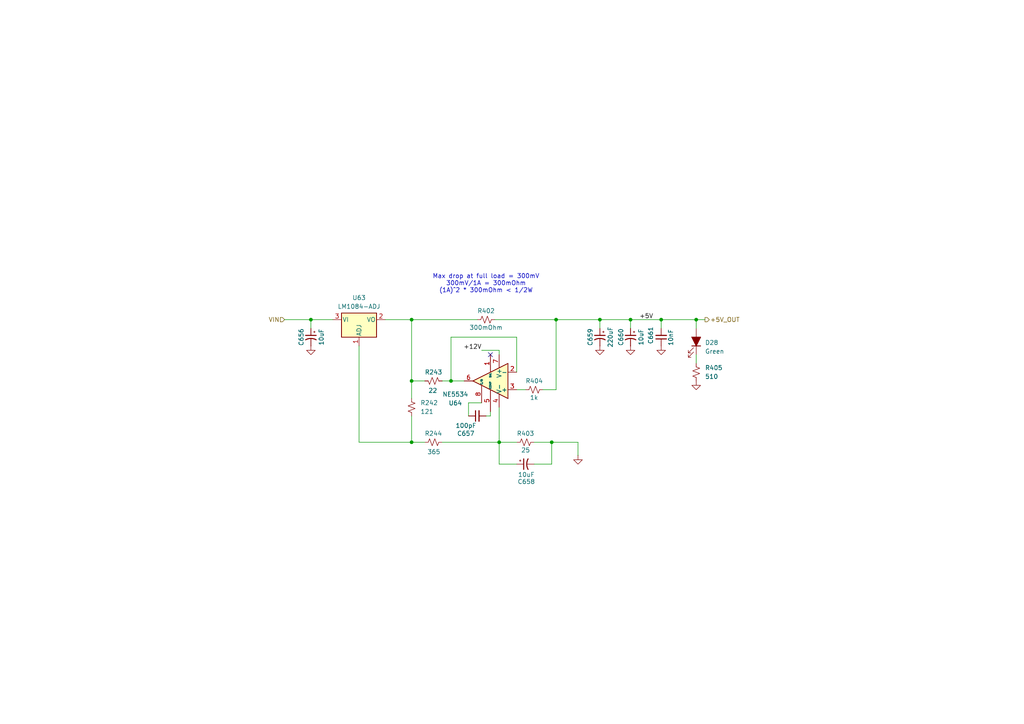
<source format=kicad_sch>
(kicad_sch (version 20250114) (generator "eeschema") (generator_version "9.0")
  (paper "A4")
  (lib_symbols
    (symbol "Amplifier_Operational:NE5534" (pin_names (offset 0.127))
      (property "Reference" "U41" (at 10.16 6.4202 0))
      (property "Value" "NE5534" (at 10.16 3.8802 0))
      (symbol "NE5534_0_1"
        (polyline (pts (xy -5.08 5.08) (xy 5.08 0) (xy -5.08 -5.08) (xy -5.08 5.08)) (stroke (width 0.254)) (fill (type background)))
      )
      (symbol "NE5534_1_1"
        (pin input line (at -7.62 2.54 0) (length 2.54) (name "+") (number "3"))
        (pin input line (at -7.62 -2.54 0) (length 2.54) (name "-") (number "2"))
        (pin power_in line (at -2.54 7.62 270) (length 3.81) (name "V-") (number "4"))
        (pin power_in line (at -2.54 -7.62 90) (length 3.81) (name "V+") (number "7"))
        (pin input line (at 0 8.89 270) (length 6.35) (name "COMP") (number "5"))
        (pin input line (at 0 -7.62 90) (length 5.08) (name "BAL") (number "1"))
        (pin input line (at 2.54 6.35 270) (length 5.08) (name "C/B") (number "8"))
        (pin output line (at 7.62 0 180) (length 2.54) (name "~") (number "6"))
      )
    )
    (symbol "Device:C_Polarized_Small_US" (pin_numbers (hide yes)) (pin_names (offset 0.254) (hide yes))
      (property "Reference" "C" (at 0.254 1.778 0))
      (property "Value" "C_Polarized_Small_US" (at 0.254 -2.032 0))
      (symbol "C_Polarized_Small_US_0_1"
        (polyline (pts (xy -1.524 0.508) (xy 1.524 0.508)) (stroke (width 0.3048)))
        (polyline (pts (xy -1.27 1.524) (xy -0.762 1.524)))
        (polyline (pts (xy -1.016 1.27) (xy -1.016 1.778)))
        (arc (start -1.524 -0.762) (mid 0 -0.3734) (end 1.524 -0.762) (stroke (width 0.3048)))
      )
      (symbol "C_Polarized_Small_US_1_1"
        (pin passive line (at 0 2.54 270) (length 2.032) (name "~") (number "1"))
        (pin passive line (at 0 -2.54 90) (length 2.032) (name "~") (number "2"))
      )
    )
    (symbol "Device:C_Small" (pin_numbers (hide yes)) (pin_names (offset 0.254) (hide yes))
      (property "Reference" "C" (at 0.254 1.778 0))
      (property "Value" "C_Small" (at 0.254 -2.032 0))
      (symbol "C_Small_0_1"
        (polyline (pts (xy -1.524 0.508) (xy 1.524 0.508)) (stroke (width 0.3048)))
        (polyline (pts (xy -1.524 -0.508) (xy 1.524 -0.508)) (stroke (width 0.3302)))
      )
      (symbol "C_Small_1_1"
        (pin passive line (at 0 2.54 270) (length 2.032) (name "~") (number "1"))
        (pin passive line (at 0 -2.54 90) (length 2.032) (name "~") (number "2"))
      )
    )
    (symbol "Device:LED_Filled" (pin_numbers (hide yes)) (pin_names (offset 1.016) (hide yes))
      (property "Reference" "D" (at 0 2.54 0))
      (property "Value" "LED_Filled" (at 0 -2.54 0))
      (symbol "LED_Filled_0_1"
        (polyline (pts (xy -3.048 -0.762) (xy -4.572 -2.286) (xy -3.81 -2.286) (xy -4.572 -2.286) (xy -4.572 -1.524)))
        (polyline (pts (xy -1.778 -0.762) (xy -3.302 -2.286) (xy -2.54 -2.286) (xy -3.302 -2.286) (xy -3.302 -1.524)))
        (polyline (pts (xy -1.27 0) (xy 1.27 0)))
        (polyline (pts (xy -1.27 -1.27) (xy -1.27 1.27)) (stroke (width 0.254)))
        (polyline (pts (xy 1.27 -1.27) (xy 1.27 1.27) (xy -1.27 0) (xy 1.27 -1.27)) (stroke (width 0.254)) (fill (type outline)))
      )
      (symbol "LED_Filled_1_1"
        (pin passive line (at -3.81 0 0) (length 2.54) (name "K") (number "1"))
        (pin passive line (at 3.81 0 180) (length 2.54) (name "A") (number "2"))
      )
    )
    (symbol "Device:R_Small_US" (pin_numbers (hide yes)) (pin_names (offset 0.254) (hide yes))
      (property "Reference" "R" (at 0.762 0.508 0))
      (property "Value" "R_Small_US" (at 0.762 -1.016 0))
      (symbol "R_Small_US_1_1"
        (polyline (pts (xy 0 1.524) (xy 1.016 1.143) (xy 0 0.762) (xy -1.016 0.381) (xy 0 0)))
        (polyline (pts (xy 0 0) (xy 1.016 -0.381) (xy 0 -0.762) (xy -1.016 -1.143) (xy 0 -1.524)))
        (pin passive line (at 0 2.54 270) (length 1.016) (name "~") (number "1"))
        (pin passive line (at 0 -2.54 90) (length 1.016) (name "~") (number "2"))
      )
    )
    (symbol "Regulator_Linear:LM1084-ADJ" (pin_names (offset 0.254))
      (property "Reference" "U" (at -3.81 3.175 0))
      (property "Value" "LM1084-ADJ" (at 0 3.175 0))
      (symbol "LM1084-ADJ_0_1"
        (rectangle (start -5.08 1.905) (end 5.08 -5.08) (stroke (width 0.254)) (fill (type background)))
      )
      (symbol "LM1084-ADJ_1_1"
        (pin power_in line (at -7.62 0 0) (length 2.54) (name "VI") (number "3"))
        (pin input line (at 0 -7.62 90) (length 2.54) (name "ADJ") (number "1"))
        (pin power_out line (at 7.62 0 180) (length 2.54) (name "VO") (number "2"))
      )
    )
    (symbol "power:GND" (power) (pin_numbers (hide yes)) (pin_names (offset 0) (hide yes))
      (property "Value" "GND" (at 0 -3.81 0))
      (symbol "GND_0_1"
        (polyline (pts (xy 0 0) (xy 0 -1.27) (xy 1.27 -1.27) (xy 0 -2.54) (xy -1.27 -1.27) (xy 0 -1.27)))
      )
      (symbol "GND_1_1"
        (pin power_in line (at 0 0 270) (length 0) (name "~") (number "1"))
      )
    )
  )
  (text "Max drop at full load = 300mV\n300mV/1A = 300mOhm\n(1A)^2 * 300mOhm < 1/2W" (at 140.97 82.296 0) (effects (font (size 1.27 1.27))))
  (junction (at 173.99 92.71))
  (junction (at 161.29 92.71))
  (junction (at 119.38 92.71))
  (junction (at 90.17 92.71))
  (junction (at 144.78 128.27))
  (junction (at 160.02 128.27))
  (junction (at 130.81 110.49))
  (junction (at 182.88 92.71))
  (junction (at 119.38 110.49))
  (junction (at 191.77 92.71))
  (junction (at 119.38 128.27))
  (junction (at 201.93 92.71))
  (no_connect (at 142.24 102.87))
  (wire (pts (xy 161.29 92.71) (xy 173.99 92.71)))
  (wire (pts (xy 123.19 128.27) (xy 119.38 128.27)))
  (wire (pts (xy 128.27 110.49) (xy 130.81 110.49)))
  (wire (pts (xy 143.51 92.71) (xy 161.29 92.71)))
  (wire (pts (xy 201.93 92.71) (xy 204.47 92.71)))
  (wire (pts (xy 154.94 134.62) (xy 160.02 134.62)))
  (wire (pts (xy 149.86 113.03) (xy 152.4 113.03)))
  (wire (pts (xy 135.89 116.84) (xy 139.7 116.84)))
  (wire (pts (xy 167.64 132.08) (xy 167.64 128.27)))
  (wire (pts (xy 182.88 92.71) (xy 191.77 92.71)))
  (wire (pts (xy 173.99 92.71) (xy 173.99 95.25)))
  (wire (pts (xy 160.02 134.62) (xy 160.02 128.27)))
  (wire (pts (xy 104.14 100.33) (xy 104.14 128.27)))
  (wire (pts (xy 144.78 118.11) (xy 144.78 128.27)))
  (wire (pts (xy 130.81 97.79) (xy 149.86 97.79)))
  (wire (pts (xy 160.02 128.27) (xy 154.94 128.27)))
  (wire (pts (xy 201.93 95.25) (xy 201.93 92.71)))
  (wire (pts (xy 161.29 113.03) (xy 161.29 92.71)))
  (wire (pts (xy 144.78 134.62) (xy 144.78 128.27)))
  (wire (pts (xy 157.48 113.03) (xy 161.29 113.03)))
  (wire (pts (xy 201.93 102.87) (xy 201.93 105.41)))
  (wire (pts (xy 182.88 92.71) (xy 182.88 95.25)))
  (wire (pts (xy 130.81 97.79) (xy 130.81 110.49)))
  (wire (pts (xy 139.7 101.6) (xy 144.78 101.6)))
  (wire (pts (xy 119.38 110.49) (xy 119.38 115.57)))
  (wire (pts (xy 119.38 128.27) (xy 119.38 120.65)))
  (wire (pts (xy 111.76 92.71) (xy 119.38 92.71)))
  (wire (pts (xy 119.38 92.71) (xy 119.38 110.49)))
  (wire (pts (xy 149.86 134.62) (xy 144.78 134.62)))
  (wire (pts (xy 130.81 110.49) (xy 134.62 110.49)))
  (wire (pts (xy 173.99 92.71) (xy 182.88 92.71)))
  (wire (pts (xy 149.86 107.95) (xy 149.86 97.79)))
  (wire (pts (xy 167.64 128.27) (xy 160.02 128.27)))
  (wire (pts (xy 191.77 95.25) (xy 191.77 92.71)))
  (wire (pts (xy 142.24 120.65) (xy 142.24 119.38)))
  (wire (pts (xy 144.78 128.27) (xy 149.86 128.27)))
  (wire (pts (xy 119.38 92.71) (xy 138.43 92.71)))
  (wire (pts (xy 135.89 120.65) (xy 135.89 116.84)))
  (wire (pts (xy 140.97 120.65) (xy 142.24 120.65)))
  (wire (pts (xy 191.77 92.71) (xy 201.93 92.71)))
  (wire (pts (xy 119.38 128.27) (xy 104.14 128.27)))
  (wire (pts (xy 90.17 92.71) (xy 96.52 92.71)))
  (wire (pts (xy 90.17 92.71) (xy 90.17 95.25)))
  (wire (pts (xy 128.27 128.27) (xy 144.78 128.27)))
  (wire (pts (xy 144.78 101.6) (xy 144.78 102.87)))
  (wire (pts (xy 119.38 110.49) (xy 123.19 110.49)))
  (wire (pts (xy 82.55 92.71) (xy 90.17 92.71)))
  (label "+12V" (at 139.7 101.6 180))
  (label "+5V" (at 185.42 92.71 0))
  (hierarchical_label "VIN" (shape input) (at 82.55 92.71 180))
  (hierarchical_label "+5V_OUT" (shape output) (at 204.47 92.71 0))
  (symbol (lib_id "Device:C_Polarized_Small_US") (at 182.88 97.79 0) (mirror y) (unit 1)
    (property "Reference" "C660" (at 180.086 97.79 90))
    (property "Value" "10uF" (at 185.928 97.79 90))
    (property "Description" "Polarized capacitor, small US symbol" (effects (hide yes)))
  )
  (symbol (lib_id "power:GND") (at 201.93 110.49 0) (unit 1)
    (property "Reference" "#PWR0824" (effects (hide yes)))
    (property "Value" "GND" (effects (hide yes)))
    (property "Description" "Power symbol creates a global label with name \"GND\" , ground" (effects (hide yes)))
  )
  (symbol (lib_id "Device:LED_Filled") (at 201.93 99.06 270) (mirror x) (unit 1)
    (property "Reference" "D28" (at 204.47 99.3774 90) (effects (justify left)))
    (property "Value" "Green" (at 204.47 101.9174 90) (effects (justify left)))
    (property "Footprint" "LED_THT:LED_D5.0mm" (effects (hide yes)))
    (property "Description" "Light emitting diode, filled shape" (effects (hide yes)))
    (property "DigiKey Part Number" "732-5016-ND" (effects (hide yes)))
  )
  (symbol (lib_id "Device:C_Polarized_Small_US") (at 90.17 97.79 0) (mirror y) (unit 1)
    (property "Reference" "C656" (at 87.376 97.79 90))
    (property "Value" "10uF" (at 93.218 97.79 90))
    (property "Description" "Polarized capacitor, small US symbol" (effects (hide yes)))
  )
  (symbol (lib_id "Device:C_Polarized_Small_US") (at 173.99 97.79 0) (mirror y) (unit 1)
    (property "Reference" "C659" (at 171.196 97.79 90))
    (property "Value" "220uF" (at 177.038 97.79 90))
    (property "Description" "Polarized capacitor, small US symbol" (effects (hide yes)))
  )
  (symbol (lib_id "Amplifier_Operational:NE5534") (at 142.24 110.49 180) (unit 1)
    (property "Reference" "U64" (at 132.08 116.9102 0))
    (property "Value" "NE5534" (at 132.08 114.3702 0))
    (property "Datasheet" "http://www.ti.com/lit/ds/symlink/ne5534.pdf" (effects (hide yes)))
    (property "Description" "Single Low-Noise Operational Amplifiers, DIP-8/SOIC-8" (effects (hide yes)))
  )
  (symbol (lib_id "power:GND") (at 191.77 100.33 0) (unit 1)
    (property "Reference" "#PWR0823" (effects (hide yes)))
    (property "Value" "GND" (effects (hide yes)))
    (property "Description" "Power symbol creates a global label with name \"GND\" , ground" (effects (hide yes)))
  )
  (symbol (lib_id "Device:R_Small_US") (at 140.97 92.71 90) (unit 1)
    (property "Reference" "R402" (at 138.43 90.17 90) (effects (justify right)))
    (property "Value" "300mOhm" (at 140.97 94.996 90))
    (property "Footprint" "Resistor_SMD:R_0603_1608Metric_Pad0.98x0.95mm_HandSolder" (effects (hide yes)))
    (property "Description" "Resistor, small US symbol" (effects (hide yes)))
    (property "DigiKey Part Number" "311-510HRCT-ND" (effects (hide yes)))
  )
  (symbol (lib_id "Device:R_Small_US") (at 152.4 128.27 90) (unit 1)
    (property "Reference" "R403" (at 149.86 125.73 90) (effects (justify right)))
    (property "Value" "25" (at 151.13 130.556 90) (effects (justify right)))
    (property "Footprint" "Resistor_SMD:R_0603_1608Metric_Pad0.98x0.95mm_HandSolder" (effects (hide yes)))
    (property "Description" "Resistor, small US symbol" (effects (hide yes)))
    (property "DigiKey Part Number" "311-510HRCT-ND" (effects (hide yes)))
  )
  (symbol (lib_id "Regulator_Linear:LM1084-ADJ") (at 104.14 92.71 0) (unit 1)
    (property "Reference" "U63" (at 104.14 86.36 0))
    (property "Value" "LM1084-ADJ" (at 104.14 88.9 0))
    (property "Datasheet" "http://www.ti.com/lit/ds/symlink/lm1084.pdf" (effects (hide yes)))
    (property "Description" "5A 29V Adjustable Linear Regulator, TO-220 / TO-263 (D2-PAK)" (effects (hide yes)))
  )
  (symbol (lib_id "Device:C_Polarized_Small_US") (at 152.4 134.62 90) (mirror x) (unit 1)
    (property "Reference" "C658" (at 152.654 139.7 90))
    (property "Value" "10uF" (at 152.654 137.668 90))
    (property "Description" "Polarized capacitor, small US symbol" (effects (hide yes)))
  )
  (symbol (lib_id "power:GND") (at 182.88 100.33 0) (unit 1)
    (property "Reference" "#PWR0822" (effects (hide yes)))
    (property "Value" "GND" (effects (hide yes)))
    (property "Description" "Power symbol creates a global label with name \"GND\" , ground" (effects (hide yes)))
  )
  (symbol (lib_id "Device:C_Small") (at 138.43 120.65 90) (mirror x) (unit 1)
    (property "Reference" "C657" (at 137.668 125.73 90) (effects (justify left)))
    (property "Value" "100pF" (at 138.176 123.444 90) (effects (justify left)))
    (property "Description" "Unpolarized capacitor, small symbol" (effects (hide yes)))
  )
  (symbol (lib_id "Device:R_Small_US") (at 125.73 110.49 90) (mirror x) (unit 1)
    (property "Reference" "R243" (at 123.19 107.95 90) (effects (justify right)))
    (property "Value" "22" (at 124.206 113.284 90) (effects (justify right)))
    (property "Footprint" "Resistor_SMD:R_0603_1608Metric_Pad0.98x0.95mm_HandSolder" (effects (hide yes)))
    (property "Description" "Resistor, small US symbol" (effects (hide yes)))
    (property "DigiKey Part Number" "311-510HRCT-ND" (effects (hide yes)))
  )
  (symbol (lib_id "power:GND") (at 167.64 132.08 0) (unit 1)
    (property "Reference" "#PWR0820" (effects (hide yes)))
    (property "Value" "GND" (effects (hide yes)))
    (property "Description" "Power symbol creates a global label with name \"GND\" , ground" (effects (hide yes)))
  )
  (symbol (lib_id "power:GND") (at 90.17 100.33 0) (unit 1)
    (property "Reference" "#PWR0819" (effects (hide yes)))
    (property "Value" "GND" (effects (hide yes)))
    (property "Description" "Power symbol creates a global label with name \"GND\" , ground" (effects (hide yes)))
  )
  (symbol (lib_id "power:GND") (at 173.99 100.33 0) (unit 1)
    (property "Reference" "#PWR0821" (effects (hide yes)))
    (property "Value" "GND" (effects (hide yes)))
    (property "Description" "Power symbol creates a global label with name \"GND\" , ground" (effects (hide yes)))
  )
  (symbol (lib_id "Device:R_Small_US") (at 201.93 107.95 180) (unit 1)
    (property "Reference" "R405" (at 204.47 106.6799 0) (effects (justify right)))
    (property "Value" "510" (at 204.47 109.2199 0) (effects (justify right)))
    (property "Footprint" "Resistor_SMD:R_0603_1608Metric_Pad0.98x0.95mm_HandSolder" (effects (hide yes)))
    (property "Description" "Resistor, small US symbol" (effects (hide yes)))
    (property "DigiKey Part Number" "311-510HRCT-ND" (effects (hide yes)))
  )
  (symbol (lib_id "Device:R_Small_US") (at 125.73 128.27 270) (unit 1)
    (property "Reference" "R244" (at 128.27 125.73 90) (effects (justify right)))
    (property "Value" "365" (at 127.762 131.064 90) (effects (justify right)))
    (property "Footprint" "Resistor_SMD:R_0603_1608Metric_Pad0.98x0.95mm_HandSolder" (effects (hide yes)))
    (property "Description" "Resistor, small US symbol" (effects (hide yes)))
    (property "DigiKey Part Number" "311-510HRCT-ND" (effects (hide yes)))
  )
  (symbol (lib_id "Device:R_Small_US") (at 154.94 113.03 90) (unit 1)
    (property "Reference" "R404" (at 152.4 110.49 90) (effects (justify right)))
    (property "Value" "1k" (at 153.67 115.316 90) (effects (justify right)))
    (property "Footprint" "Resistor_SMD:R_0603_1608Metric_Pad0.98x0.95mm_HandSolder" (effects (hide yes)))
    (property "Description" "Resistor, small US symbol" (effects (hide yes)))
    (property "DigiKey Part Number" "311-510HRCT-ND" (effects (hide yes)))
  )
  (symbol (lib_id "Device:R_Small_US") (at 119.38 118.11 180) (unit 1)
    (property "Reference" "R242" (at 121.92 116.8399 0) (effects (justify right)))
    (property "Value" "121" (at 121.92 119.3799 0) (effects (justify right)))
    (property "Footprint" "Resistor_SMD:R_0603_1608Metric_Pad0.98x0.95mm_HandSolder" (effects (hide yes)))
    (property "Description" "Resistor, small US symbol" (effects (hide yes)))
    (property "DigiKey Part Number" "311-510HRCT-ND" (effects (hide yes)))
  )
  (symbol (lib_id "Device:C_Small") (at 191.77 97.79 180) (unit 1)
    (property "Reference" "C661" (at 188.722 99.822 90) (effects (justify right)))
    (property "Value" "10nF" (at 194.564 100.33 90) (effects (justify right)))
    (property "Description" "Unpolarized capacitor, small symbol" (effects (hide yes)))
  )
)
</source>
